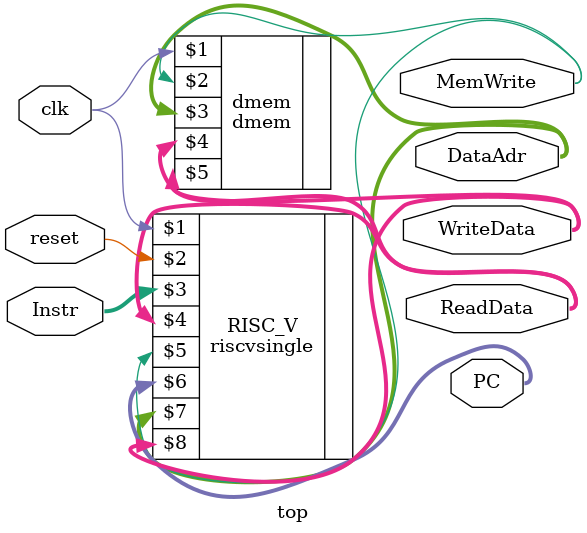
<source format=v>
module top (input  wire        clk, reset,
            input  wire [31:0] Instr ,
            output wire [31:0] PC ,
            output wire [31:0] WriteData, DataAdr,
            output wire [31:0] ReadData,
            output wire        MemWrite);

 //wire [31:0] ReadData;

 // instantiate processor and memories
  riscvsingle RISC_V (clk, reset, Instr, ReadData,
                      MemWrite, PC, DataAdr, WriteData);
  
  dmem dmem (clk, MemWrite, DataAdr, WriteData, ReadData);
endmodule

</source>
